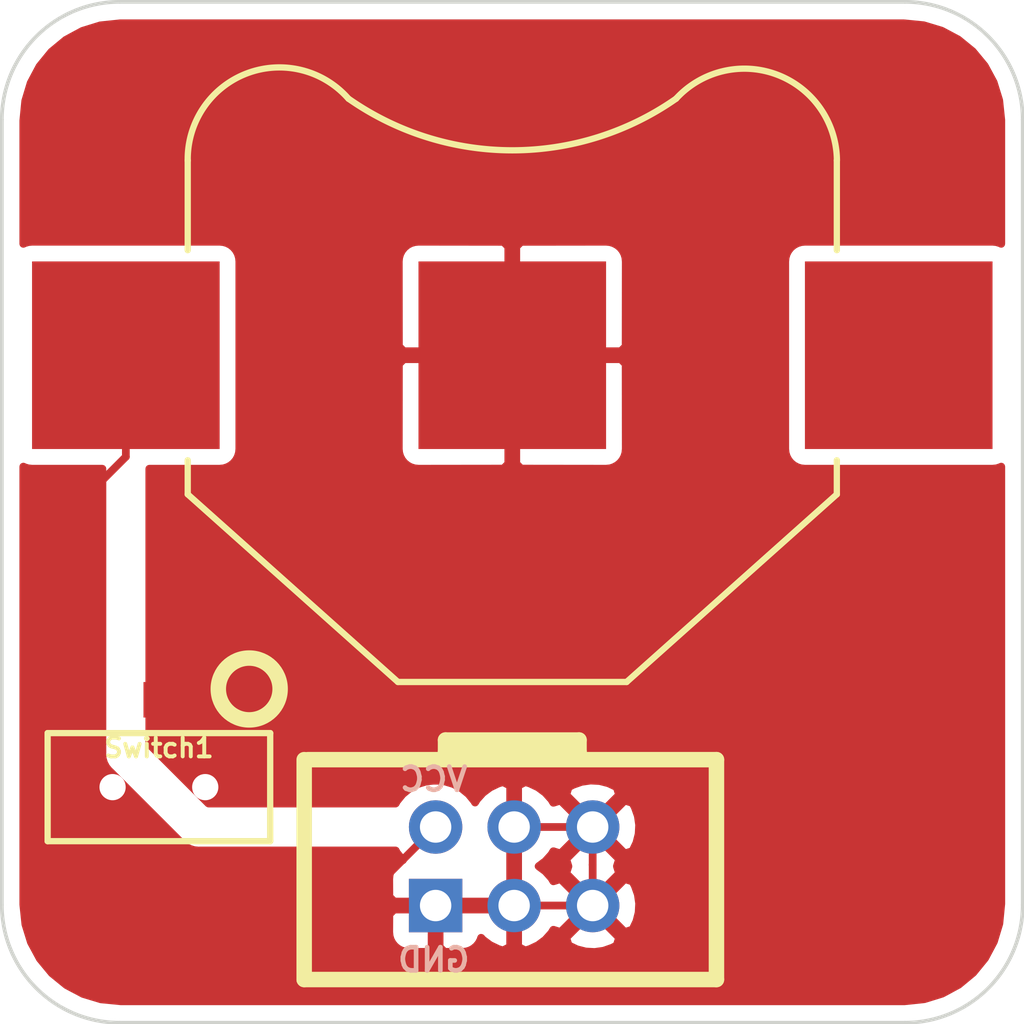
<source format=kicad_pcb>
(kicad_pcb (version 20171130) (host pcbnew "(5.1.4)-1")

  (general
    (thickness 1.6)
    (drawings 8)
    (tracks 16)
    (zones 0)
    (modules 3)
    (nets 5)
  )

  (page A4)
  (layers
    (0 F.Cu signal)
    (31 B.Cu signal)
    (32 B.Adhes user)
    (33 F.Adhes user)
    (34 B.Paste user)
    (35 F.Paste user)
    (36 B.SilkS user)
    (37 F.SilkS user)
    (38 B.Mask user)
    (39 F.Mask user)
    (40 Dwgs.User user)
    (41 Cmts.User user)
    (42 Eco1.User user)
    (43 Eco2.User user)
    (44 Edge.Cuts user)
    (45 Margin user)
    (46 B.CrtYd user)
    (47 F.CrtYd user)
    (48 B.Fab user)
    (49 F.Fab user)
  )

  (setup
    (last_trace_width 0.25)
    (trace_clearance 0.2)
    (zone_clearance 0.508)
    (zone_45_only no)
    (trace_min 0.2)
    (via_size 0.8)
    (via_drill 0.4)
    (via_min_size 0.4)
    (via_min_drill 0.3)
    (uvia_size 0.3)
    (uvia_drill 0.1)
    (uvias_allowed no)
    (uvia_min_size 0.2)
    (uvia_min_drill 0.1)
    (edge_width 0.05)
    (segment_width 0.2)
    (pcb_text_width 0.3)
    (pcb_text_size 1.5 1.5)
    (mod_edge_width 0.12)
    (mod_text_size 1 1)
    (mod_text_width 0.15)
    (pad_size 1.524 1.524)
    (pad_drill 0.762)
    (pad_to_mask_clearance 0.051)
    (solder_mask_min_width 0.25)
    (aux_axis_origin 0 0)
    (visible_elements 7FFFFFFF)
    (pcbplotparams
      (layerselection 0x010fc_ffffffff)
      (usegerberextensions false)
      (usegerberattributes false)
      (usegerberadvancedattributes false)
      (creategerberjobfile false)
      (excludeedgelayer true)
      (linewidth 0.100000)
      (plotframeref false)
      (viasonmask false)
      (mode 1)
      (useauxorigin false)
      (hpglpennumber 1)
      (hpglpenspeed 20)
      (hpglpendiameter 15.000000)
      (psnegative false)
      (psa4output false)
      (plotreference true)
      (plotvalue true)
      (plotinvisibletext false)
      (padsonsilk false)
      (subtractmaskfromsilk false)
      (outputformat 1)
      (mirror false)
      (drillshape 1)
      (scaleselection 1)
      (outputdirectory ""))
  )

  (net 0 "")
  (net 1 "Net-(BT1-Pad1)")
  (net 2 "Net-(BT1-Pad2)")
  (net 3 "Net-(SAOConnector1-Pad1)")
  (net 4 "Net-(Switch1-Pad1)")

  (net_class Default "This is the default net class."
    (clearance 0.2)
    (trace_width 0.25)
    (via_dia 0.8)
    (via_drill 0.4)
    (uvia_dia 0.3)
    (uvia_drill 0.1)
    (add_net "Net-(BT1-Pad1)")
    (add_net "Net-(BT1-Pad2)")
    (add_net "Net-(SAOConnector1-Pad1)")
    (add_net "Net-(Switch1-Pad1)")
  )

  (module SAOFootprint:Badgelife-SAOv169-BADGE-2x3 (layer F.Cu) (tedit 5C931861) (tstamp 5D53C643)
    (at 36.83 101.6)
    (descr "Through hole straight IDC box header, 2x03, 2.54mm pitch, double rows")
    (tags "Through hole IDC box header THT 2x03 2.54mm double row")
    (path /5D53D36E)
    (fp_text reference SAOConnector1 (at 7.62 -1.27 270) (layer F.SilkS) hide
      (effects (font (size 1 1) (thickness 0.15)))
    )
    (fp_text value "SAO Connector" (at 0 -8.509) (layer F.Fab)
      (effects (font (size 1 1) (thickness 0.15)))
    )
    (fp_line (start -6.604 -3.429) (end 6.604 -3.429) (layer F.SilkS) (width 0.5))
    (fp_line (start 6.604 -3.429) (end 6.604 3.683) (layer F.SilkS) (width 0.5))
    (fp_line (start 6.604 3.683) (end -6.731 3.683) (layer F.SilkS) (width 0.5))
    (fp_line (start -6.731 3.683) (end -6.731 -3.429) (layer F.SilkS) (width 0.5))
    (fp_line (start -2.159 -4.064) (end 2.159 -4.064) (layer F.SilkS) (width 0.5))
    (fp_line (start 2.159 -4.064) (end 2.159 -3.556) (layer F.SilkS) (width 0.5))
    (fp_line (start 2.159 -3.683) (end -2.159 -3.683) (layer F.SilkS) (width 0.5))
    (fp_line (start -2.159 -3.556) (end -2.159 -4.064) (layer F.SilkS) (width 0.5))
    (fp_circle (center -8.509 -5.715) (end -7.509 -5.715) (layer F.SilkS) (width 0.5))
    (fp_text user VCC (at -2.54 -2.794) (layer B.SilkS)
      (effects (font (size 0.75 0.75) (thickness 0.15)) (justify mirror))
    )
    (fp_text user GND (at -2.54 3.048) (layer B.SilkS)
      (effects (font (size 0.75 0.75) (thickness 0.15)) (justify mirror))
    )
    (fp_text user SDA (at 0 -2.794) (layer B.SilkS) hide
      (effects (font (size 0.75 0.75) (thickness 0.15)) (justify mirror))
    )
    (fp_text user SCL (at 0 3.048) (layer B.SilkS) hide
      (effects (font (size 0.75 0.75) (thickness 0.15)) (justify mirror))
    )
    (fp_text user GPIO2 (at 3.937 3.048) (layer B.SilkS) hide
      (effects (font (size 0.75 0.75) (thickness 0.15)) (justify mirror))
    )
    (fp_text user GPIO1 (at 3.937 -2.794) (layer B.SilkS) hide
      (effects (font (size 0.75 0.75) (thickness 0.15)) (justify mirror))
    )
    (pad 5 thru_hole circle (at 2.6 -1.25 270) (size 1.7272 1.7272) (drill 1.016) (layers *.Cu *.Mask)
      (net 2 "Net-(BT1-Pad2)"))
    (pad 6 thru_hole circle (at 2.6 1.29 270) (size 1.7272 1.7272) (drill 1.016) (layers *.Cu *.Mask)
      (net 2 "Net-(BT1-Pad2)"))
    (pad 3 thru_hole oval (at 0.06 -1.25 270) (size 1.7272 1.7272) (drill 1.016) (layers *.Cu *.Mask)
      (net 2 "Net-(BT1-Pad2)"))
    (pad 4 thru_hole oval (at 0.06 1.29 270) (size 1.7272 1.7272) (drill 1.016) (layers *.Cu *.Mask)
      (net 2 "Net-(BT1-Pad2)"))
    (pad 1 thru_hole oval (at -2.48 -1.25 270) (size 1.7272 1.7272) (drill 1.016) (layers *.Cu *.Mask)
      (net 3 "Net-(SAOConnector1-Pad1)"))
    (pad 2 thru_hole rect (at -2.48 1.29 270) (size 1.7272 1.7272) (drill 1.016) (layers *.Cu *.Mask)
      (net 2 "Net-(BT1-Pad2)"))
  )

  (module Batteries:BATTCON_20MM (layer F.Cu) (tedit 200000) (tstamp 5D542C15)
    (at 36.83 85.09)
    (descr "20MM COIN CELL BATTERY (CR2032) HOLDER - SMD (SINGLE PAD)")
    (tags "20MM COIN CELL BATTERY (CR2032) HOLDER - SMD (SINGLE PAD)")
    (path /5D5425E4)
    (attr smd)
    (fp_text reference BT1 (at 0 -5.08 180) (layer F.SilkS) hide
      (effects (font (size 0.6096 0.6096) (thickness 0.127)))
    )
    (fp_text value BATTERY-20MM_SMD (at 0 5.08 180) (layer F.SilkS) hide
      (effects (font (size 0.6096 0.6096) (thickness 0.127)))
    )
    (fp_line (start -3.69824 10.56894) (end 3.69824 10.56894) (layer F.SilkS) (width 0.2032))
    (fp_line (start -3.69824 10.56894) (end -10.49782 4.49834) (layer F.SilkS) (width 0.2032))
    (fp_line (start 3.69824 10.56894) (end 10.49782 4.49834) (layer F.SilkS) (width 0.2032))
    (fp_line (start 10.49782 4.49834) (end 10.49782 3.39852) (layer F.SilkS) (width 0.2032))
    (fp_line (start -10.49782 4.49834) (end -10.49782 3.39852) (layer F.SilkS) (width 0.2032))
    (fp_line (start -10.49782 -6.2992) (end -10.49782 -3.39852) (layer F.SilkS) (width 0.2032))
    (fp_line (start 10.49782 -6.2992) (end 10.49782 -3.39852) (layer F.SilkS) (width 0.2032))
    (fp_circle (center 0 0) (end 0 -9.99998) (layer Dwgs.User) (width 0.2032))
    (fp_arc (start 0 -15.86738) (end 5.29844 -8.29818) (angle 69.9) (layer F.SilkS) (width 0.2032))
    (fp_arc (start -7.5311 -6.34238) (end -10.49782 -6.2992) (angle 139.6) (layer F.SilkS) (width 0.2032))
    (fp_arc (start 7.5057 -6.2738) (end 5.29844 -8.29818) (angle 136.9) (layer F.SilkS) (width 0.2032))
    (pad 1 smd rect (at -12.49934 0) (size 6.06806 6.06806) (layers F.Cu F.Paste F.Mask)
      (net 1 "Net-(BT1-Pad1)") (solder_mask_margin 0.1016))
    (pad 2 smd rect (at 0 0) (size 6.06806 6.06806) (layers F.Cu F.Paste F.Mask)
      (net 2 "Net-(BT1-Pad2)") (solder_mask_margin 0.1016))
    (pad 3 smd rect (at 12.49934 0) (size 6.06806 6.06806) (layers F.Cu F.Paste F.Mask)
      (solder_mask_margin 0.1016))
  )

  (module SWITCH_DPDT_SMD_AYZ0202 (layer F.Cu) (tedit 200000) (tstamp 5D5434AE)
    (at 25.4 99.06 180)
    (descr "ITT INDUSTRIES AYZ0202 DPDT SWITCH - SMD")
    (tags "ITT INDUSTRIES AYZ0202 DPDT SWITCH - SMD")
    (path /5D546786)
    (attr smd)
    (fp_text reference Switch1 (at 0 1.27 180) (layer F.SilkS)
      (effects (font (size 0.6096 0.6096) (thickness 0.127)))
    )
    (fp_text value SWITCH-SPDT-SMD-AYZ0202 (at -2.54 5.08 180) (layer F.SilkS) hide
      (effects (font (size 0.6096 0.6096) (thickness 0.127)))
    )
    (fp_line (start -3.59918 -1.74752) (end -3.59918 1.74752) (layer F.SilkS) (width 0.2032))
    (fp_line (start -3.59918 1.74752) (end 3.59918 1.74752) (layer F.SilkS) (width 0.2032))
    (fp_line (start 3.59918 1.74752) (end 3.59918 -1.74752) (layer F.SilkS) (width 0.2032))
    (fp_line (start 3.59918 -1.74752) (end -3.59918 -1.74752) (layer F.SilkS) (width 0.2032))
    (pad 1 smd rect (at -2.49936 -2.82448 180) (size 0.99822 1.14808) (layers F.Cu F.Paste F.Mask)
      (net 4 "Net-(Switch1-Pad1)") (solder_mask_margin 0.1016))
    (pad 2 smd rect (at 0 -2.82448 180) (size 0.99822 1.14808) (layers F.Cu F.Paste F.Mask)
      (net 3 "Net-(SAOConnector1-Pad1)") (solder_mask_margin 0.1016))
    (pad 3 smd rect (at 2.49936 -2.82448 180) (size 0.99822 1.14808) (layers F.Cu F.Paste F.Mask)
      (net 1 "Net-(BT1-Pad1)") (solder_mask_margin 0.1016))
    (pad 4 smd rect (at -2.49936 2.82448 180) (size 0.99822 1.14808) (layers F.Cu F.Paste F.Mask)
      (solder_mask_margin 0.1016))
    (pad 5 smd rect (at 0 2.82448 180) (size 0.99822 1.14808) (layers F.Cu F.Paste F.Mask)
      (solder_mask_margin 0.1016))
    (pad 6 smd rect (at 2.49936 2.82448 180) (size 0.99822 1.14808) (layers F.Cu F.Paste F.Mask)
      (solder_mask_margin 0.1016))
    (pad "" np_thru_hole circle (at 1.4986 0 180) (size 0.84836 0.84836) (drill 0.84836) (layers *.Cu *.Mask)
      (solder_mask_margin 0.1016))
    (pad "" np_thru_hole circle (at -1.4986 0 180) (size 0.84836 0.84836) (drill 0.84836) (layers *.Cu *.Mask)
      (solder_mask_margin 0.1016))
  )

  (gr_line (start 24.13 106.68) (end 49.53 106.68) (layer Edge.Cuts) (width 0.12))
  (gr_line (start 53.34 77.47) (end 53.34 102.87) (layer Edge.Cuts) (width 0.12))
  (gr_line (start 24.13 73.66) (end 49.53 73.66) (layer Edge.Cuts) (width 0.12))
  (gr_line (start 20.32 77.47) (end 20.32 102.87) (layer Edge.Cuts) (width 0.12))
  (gr_arc (start 24.13 102.87) (end 24.13 106.68) (angle 90) (layer Edge.Cuts) (width 0.12) (tstamp 5D53CA33))
  (gr_arc (start 24.13 77.47) (end 24.13 73.66) (angle -90) (layer Edge.Cuts) (width 0.12))
  (gr_arc (start 49.53 102.87) (end 53.34 102.87) (angle 90) (layer Edge.Cuts) (width 0.12) (tstamp 5D53CA1E))
  (gr_arc (start 49.53 77.47) (end 53.34 77.47) (angle -90) (layer Edge.Cuts) (width 0.12))

  (segment (start 24.33066 88.37403) (end 21.59 91.11469) (width 0.25) (layer F.Cu) (net 1))
  (segment (start 24.33066 85.09) (end 24.33066 88.37403) (width 0.25) (layer F.Cu) (net 1))
  (segment (start 21.59 91.11469) (end 21.59 101.6) (width 0.25) (layer F.Cu) (net 1))
  (segment (start 21.87448 101.88448) (end 22.90064 101.88448) (width 0.25) (layer F.Cu) (net 1))
  (segment (start 21.59 101.6) (end 21.87448 101.88448) (width 0.25) (layer F.Cu) (net 1))
  (segment (start 36.83 100.29) (end 36.89 100.35) (width 0.25) (layer F.Cu) (net 2))
  (segment (start 36.83 85.09) (end 36.83 100.29) (width 0.25) (layer F.Cu) (net 2))
  (segment (start 36.89 102.89) (end 34.35 102.89) (width 0.25) (layer F.Cu) (net 2))
  (segment (start 39.43 100.35) (end 39.43 101.571314) (width 0.25) (layer F.Cu) (net 2))
  (segment (start 39.43 101.571314) (end 39.43 102.89) (width 0.25) (layer F.Cu) (net 2))
  (segment (start 39.43 102.89) (end 36.89 102.89) (width 0.25) (layer F.Cu) (net 2))
  (segment (start 36.89 100.35) (end 39.43 100.35) (width 0.25) (layer F.Cu) (net 2))
  (segment (start 28.93059 105.76941) (end 34.35 100.35) (width 0.25) (layer F.Cu) (net 3))
  (segment (start 26.67 105.76941) (end 28.93059 105.76941) (width 0.25) (layer F.Cu) (net 3))
  (segment (start 25.4 104.49941) (end 26.67 105.76941) (width 0.25) (layer F.Cu) (net 3))
  (segment (start 25.4 101.88448) (end 25.4 104.49941) (width 0.25) (layer F.Cu) (net 3))

  (zone (net 2) (net_name "Net-(BT1-Pad2)") (layer F.Cu) (tstamp 0) (hatch edge 0.508)
    (connect_pads (clearance 0.508))
    (min_thickness 0.254)
    (fill yes (arc_segments 32) (thermal_gap 0.508) (thermal_bridge_width 0.508))
    (polygon
      (pts
        (xy 20.32 73.66) (xy 53.34 73.66) (xy 53.34 106.68) (xy 20.32 106.68)
      )
    )
    (filled_polygon
      (pts
        (xy 50.134393 74.417594) (xy 50.715764 74.593121) (xy 51.251973 74.878228) (xy 51.722583 75.262048) (xy 52.109688 75.729976)
        (xy 52.398533 76.264184) (xy 52.578112 76.844313) (xy 52.645 77.480711) (xy 52.645 81.486486) (xy 52.60755 81.466468)
        (xy 52.487852 81.430158) (xy 52.36337 81.417898) (xy 46.29531 81.417898) (xy 46.170828 81.430158) (xy 46.05113 81.466468)
        (xy 45.940816 81.525433) (xy 45.844125 81.604785) (xy 45.764773 81.701476) (xy 45.705808 81.81179) (xy 45.669498 81.931488)
        (xy 45.657238 82.05597) (xy 45.657238 88.12403) (xy 45.669498 88.248512) (xy 45.705808 88.36821) (xy 45.764773 88.478524)
        (xy 45.844125 88.575215) (xy 45.940816 88.654567) (xy 46.05113 88.713532) (xy 46.170828 88.749842) (xy 46.29531 88.762102)
        (xy 52.36337 88.762102) (xy 52.487852 88.749842) (xy 52.60755 88.713532) (xy 52.645 88.693514) (xy 52.645001 102.835999)
        (xy 52.582406 103.474391) (xy 52.406879 104.055764) (xy 52.121772 104.591973) (xy 51.737952 105.062583) (xy 51.270018 105.449692)
        (xy 50.735816 105.738533) (xy 50.155691 105.918112) (xy 49.519289 105.985) (xy 24.163991 105.985) (xy 23.525609 105.922406)
        (xy 22.944236 105.746879) (xy 22.408027 105.461772) (xy 21.937417 105.077952) (xy 21.550308 104.610018) (xy 21.261467 104.075816)
        (xy 21.161725 103.7536) (xy 32.848328 103.7536) (xy 32.860588 103.878082) (xy 32.896898 103.99778) (xy 32.955863 104.108094)
        (xy 33.035215 104.204785) (xy 33.131906 104.284137) (xy 33.24222 104.343102) (xy 33.361918 104.379412) (xy 33.4864 104.391672)
        (xy 34.06425 104.3886) (xy 34.223 104.22985) (xy 34.223 103.017) (xy 34.477 103.017) (xy 34.477 104.22985)
        (xy 34.63575 104.3886) (xy 35.2136 104.391672) (xy 35.338082 104.379412) (xy 35.45778 104.343102) (xy 35.568094 104.284137)
        (xy 35.664785 104.204785) (xy 35.744137 104.108094) (xy 35.803102 103.99778) (xy 35.822624 103.933426) (xy 35.879707 103.996854)
        (xy 36.115056 104.172684) (xy 36.380186 104.299222) (xy 36.530974 104.344958) (xy 36.763 104.223817) (xy 36.763 103.017)
        (xy 34.477 103.017) (xy 34.223 103.017) (xy 33.01015 103.017) (xy 32.8514 103.17575) (xy 32.848328 103.7536)
        (xy 21.161725 103.7536) (xy 21.081888 103.495691) (xy 21.015 102.859289) (xy 21.015 88.693514) (xy 21.05245 88.713532)
        (xy 21.172148 88.749842) (xy 21.29663 88.762102) (xy 23.570661 88.762102) (xy 23.57066 97.953338) (xy 23.566984 97.99066)
        (xy 23.57066 98.027982) (xy 23.57066 98.027992) (xy 23.581657 98.139645) (xy 23.625114 98.282906) (xy 23.695686 98.414936)
        (xy 23.735531 98.463486) (xy 23.790659 98.530661) (xy 23.819663 98.554464) (xy 26.126201 100.861003) (xy 26.149999 100.890001)
        (xy 26.178997 100.913799) (xy 26.265724 100.984974) (xy 26.397753 101.055546) (xy 26.541014 101.099003) (xy 26.69 101.113677)
        (xy 26.727333 101.11) (xy 33.056984 101.11) (xy 33.097931 101.186606) (xy 33.285203 101.414797) (xy 33.293265 101.421414)
        (xy 33.24222 101.436898) (xy 33.131906 101.495863) (xy 33.035215 101.575215) (xy 32.955863 101.671906) (xy 32.896898 101.78222)
        (xy 32.860588 101.901918) (xy 32.848328 102.0264) (xy 32.8514 102.60425) (xy 33.01015 102.763) (xy 34.223 102.763)
        (xy 34.223 102.743) (xy 34.477 102.743) (xy 34.477 102.763) (xy 36.763 102.763) (xy 36.763 100.477)
        (xy 36.743 100.477) (xy 36.743 100.223) (xy 36.763 100.223) (xy 36.763 99.016183) (xy 37.017 99.016183)
        (xy 37.017 100.223) (xy 37.037 100.223) (xy 37.037 100.477) (xy 37.017 100.477) (xy 37.017 102.763)
        (xy 37.037 102.763) (xy 37.037 103.017) (xy 37.017 103.017) (xy 37.017 104.223817) (xy 37.249026 104.344958)
        (xy 37.399814 104.299222) (xy 37.664944 104.172684) (xy 37.900293 103.996854) (xy 37.962166 103.928104) (xy 38.571501 103.928104)
        (xy 38.650782 104.178567) (xy 38.917141 104.305826) (xy 39.20321 104.378675) (xy 39.497993 104.394315) (xy 39.790164 104.352145)
        (xy 40.068493 104.253786) (xy 40.209218 104.178567) (xy 40.288499 103.928104) (xy 39.43 103.069605) (xy 38.571501 103.928104)
        (xy 37.962166 103.928104) (xy 38.096817 103.778488) (xy 38.158566 103.674641) (xy 38.391896 103.748499) (xy 39.250395 102.89)
        (xy 39.609605 102.89) (xy 40.468104 103.748499) (xy 40.718567 103.669218) (xy 40.845826 103.402859) (xy 40.918675 103.11679)
        (xy 40.934315 102.822007) (xy 40.892145 102.529836) (xy 40.793786 102.251507) (xy 40.718567 102.110782) (xy 40.468104 102.031501)
        (xy 39.609605 102.89) (xy 39.250395 102.89) (xy 38.391896 102.031501) (xy 38.158566 102.105359) (xy 38.096817 102.001512)
        (xy 37.900293 101.783146) (xy 37.681922 101.62) (xy 37.900293 101.456854) (xy 37.962166 101.388104) (xy 38.571501 101.388104)
        (xy 38.644905 101.62) (xy 38.571501 101.851896) (xy 39.43 102.710395) (xy 40.288499 101.851896) (xy 40.215095 101.62)
        (xy 40.288499 101.388104) (xy 39.43 100.529605) (xy 38.571501 101.388104) (xy 37.962166 101.388104) (xy 38.096817 101.238488)
        (xy 38.158566 101.134641) (xy 38.391896 101.208499) (xy 39.250395 100.35) (xy 39.609605 100.35) (xy 40.468104 101.208499)
        (xy 40.718567 101.129218) (xy 40.845826 100.862859) (xy 40.918675 100.57679) (xy 40.934315 100.282007) (xy 40.892145 99.989836)
        (xy 40.793786 99.711507) (xy 40.718567 99.570782) (xy 40.468104 99.491501) (xy 39.609605 100.35) (xy 39.250395 100.35)
        (xy 38.391896 99.491501) (xy 38.158566 99.565359) (xy 38.096817 99.461512) (xy 37.962167 99.311896) (xy 38.571501 99.311896)
        (xy 39.43 100.170395) (xy 40.288499 99.311896) (xy 40.209218 99.061433) (xy 39.942859 98.934174) (xy 39.65679 98.861325)
        (xy 39.362007 98.845685) (xy 39.069836 98.887855) (xy 38.791507 98.986214) (xy 38.650782 99.061433) (xy 38.571501 99.311896)
        (xy 37.962167 99.311896) (xy 37.900293 99.243146) (xy 37.664944 99.067316) (xy 37.399814 98.940778) (xy 37.249026 98.895042)
        (xy 37.017 99.016183) (xy 36.763 99.016183) (xy 36.530974 98.895042) (xy 36.380186 98.940778) (xy 36.115056 99.067316)
        (xy 35.879707 99.243146) (xy 35.683183 99.461512) (xy 35.625863 99.55791) (xy 35.602069 99.513394) (xy 35.414797 99.285203)
        (xy 35.186606 99.097931) (xy 34.926264 98.958775) (xy 34.643777 98.873084) (xy 34.423619 98.8514) (xy 34.276381 98.8514)
        (xy 34.056223 98.873084) (xy 33.773736 98.958775) (xy 33.513394 99.097931) (xy 33.285203 99.285203) (xy 33.097931 99.513394)
        (xy 33.056984 99.59) (xy 27.004802 99.59) (xy 25.09066 97.675859) (xy 25.09066 88.762102) (xy 27.36469 88.762102)
        (xy 27.489172 88.749842) (xy 27.60887 88.713532) (xy 27.719184 88.654567) (xy 27.815875 88.575215) (xy 27.895227 88.478524)
        (xy 27.954192 88.36821) (xy 27.990502 88.248512) (xy 28.002762 88.12403) (xy 33.157898 88.12403) (xy 33.170158 88.248512)
        (xy 33.206468 88.36821) (xy 33.265433 88.478524) (xy 33.344785 88.575215) (xy 33.441476 88.654567) (xy 33.55179 88.713532)
        (xy 33.671488 88.749842) (xy 33.79597 88.762102) (xy 36.54425 88.75903) (xy 36.703 88.60028) (xy 36.703 85.217)
        (xy 36.957 85.217) (xy 36.957 88.60028) (xy 37.11575 88.75903) (xy 39.86403 88.762102) (xy 39.988512 88.749842)
        (xy 40.10821 88.713532) (xy 40.218524 88.654567) (xy 40.315215 88.575215) (xy 40.394567 88.478524) (xy 40.453532 88.36821)
        (xy 40.489842 88.248512) (xy 40.502102 88.12403) (xy 40.49903 85.37575) (xy 40.34028 85.217) (xy 36.957 85.217)
        (xy 36.703 85.217) (xy 33.31972 85.217) (xy 33.16097 85.37575) (xy 33.157898 88.12403) (xy 28.002762 88.12403)
        (xy 28.002762 82.05597) (xy 33.157898 82.05597) (xy 33.16097 84.80425) (xy 33.31972 84.963) (xy 36.703 84.963)
        (xy 36.703 81.57972) (xy 36.957 81.57972) (xy 36.957 84.963) (xy 40.34028 84.963) (xy 40.49903 84.80425)
        (xy 40.502102 82.05597) (xy 40.489842 81.931488) (xy 40.453532 81.81179) (xy 40.394567 81.701476) (xy 40.315215 81.604785)
        (xy 40.218524 81.525433) (xy 40.10821 81.466468) (xy 39.988512 81.430158) (xy 39.86403 81.417898) (xy 37.11575 81.42097)
        (xy 36.957 81.57972) (xy 36.703 81.57972) (xy 36.54425 81.42097) (xy 33.79597 81.417898) (xy 33.671488 81.430158)
        (xy 33.55179 81.466468) (xy 33.441476 81.525433) (xy 33.344785 81.604785) (xy 33.265433 81.701476) (xy 33.206468 81.81179)
        (xy 33.170158 81.931488) (xy 33.157898 82.05597) (xy 28.002762 82.05597) (xy 27.990502 81.931488) (xy 27.954192 81.81179)
        (xy 27.895227 81.701476) (xy 27.815875 81.604785) (xy 27.719184 81.525433) (xy 27.60887 81.466468) (xy 27.489172 81.430158)
        (xy 27.36469 81.417898) (xy 21.29663 81.417898) (xy 21.172148 81.430158) (xy 21.05245 81.466468) (xy 21.015 81.486486)
        (xy 21.015 77.503991) (xy 21.077594 76.865607) (xy 21.253121 76.284236) (xy 21.538228 75.748027) (xy 21.922048 75.277417)
        (xy 22.389976 74.890312) (xy 22.924184 74.601467) (xy 23.504313 74.421888) (xy 24.140711 74.355) (xy 49.496009 74.355)
      )
    )
  )
)

</source>
